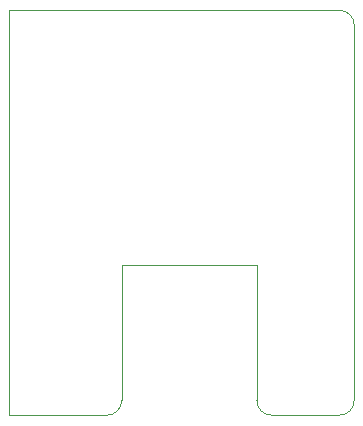
<source format=gbr>
G04 #@! TF.FileFunction,Profile,NP*
%FSLAX46Y46*%
G04 Gerber Fmt 4.6, Leading zero omitted, Abs format (unit mm)*
G04 Created by KiCad (PCBNEW 4.0.1-stable) date 7/2/2016 9:29:48 PM*
%MOMM*%
G01*
G04 APERTURE LIST*
%ADD10C,0.150000*%
%ADD11C,0.100000*%
G04 APERTURE END LIST*
D10*
D11*
X0Y-34290000D02*
X8255000Y-34290000D01*
X9525000Y-21590000D02*
X9525000Y-22225000D01*
X9525000Y-33020000D02*
X9525000Y-21590000D01*
X20955000Y-33020000D02*
X20955000Y-21590000D01*
X27940000Y-34290000D02*
X22225000Y-34290000D01*
X29210000Y-1270000D02*
X29210000Y-33020000D01*
X27940000Y0D02*
X0Y0D01*
X29210000Y-1270000D02*
G75*
G03X27940000Y0I-1270000J0D01*
G01*
X8255000Y-34290000D02*
G75*
G03X9525000Y-33020000I0J1270000D01*
G01*
X27940000Y-34290000D02*
G75*
G03X29210000Y-33020000I0J1270000D01*
G01*
X20955000Y-33020000D02*
G75*
G03X22225000Y-34290000I1270000J0D01*
G01*
X9525000Y-21590000D02*
X20955000Y-21590000D01*
X0Y0D02*
X0Y-34290000D01*
M02*

</source>
